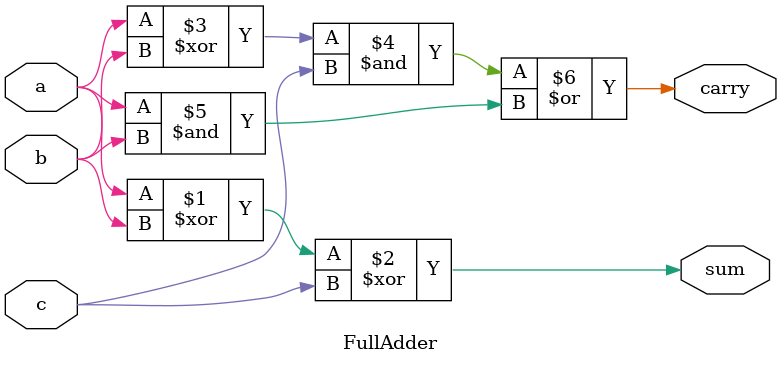
<source format=v>

/* Full Adder Test Circuit
IN: A B C
OUT: Carry Sum
{Carry, Sum}  = A + B + C
*/

module FullAdder(a,b,c, sum, carry);
    
    //Ports
    input a,b,c;
    output sum,carry;
    
    //Implimentation
    assign sum = (a^b)^ c;
    assign carry = (((a^b)&c) | (a&b)); // Use | for Or Not +

endmodule


</source>
